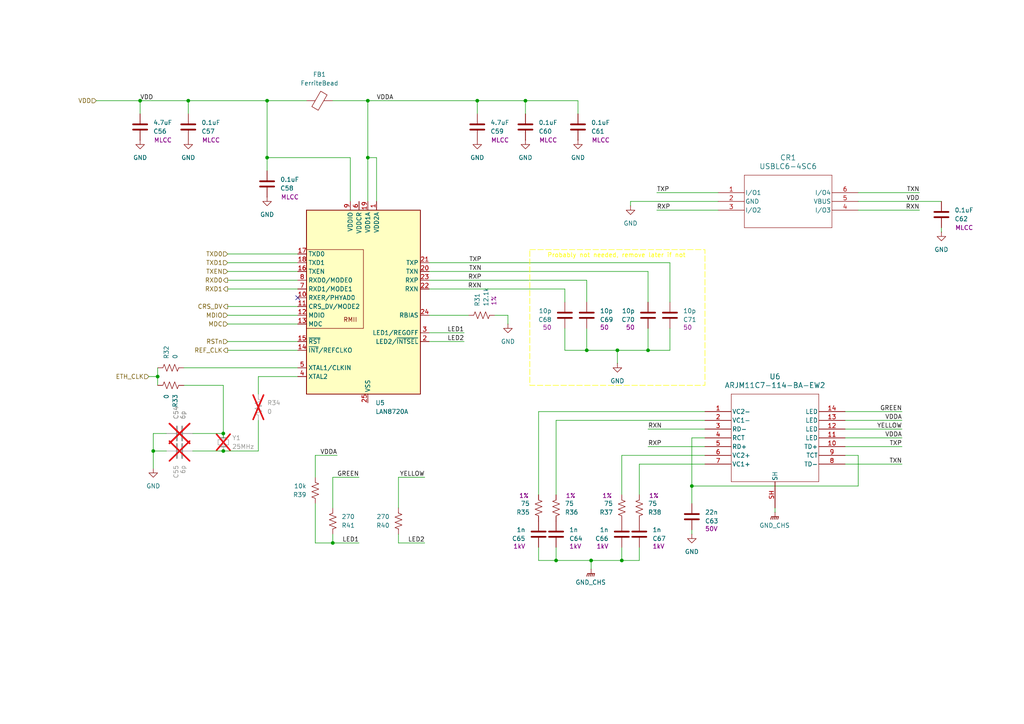
<source format=kicad_sch>
(kicad_sch (version 20231120) (generator "eeschema") (generator_version "8.0")
  (paper "A4")
  (lib_symbols
    (symbol "ARJM11C7_114_BA_EW2:ARJM11C7-114-BA-EW2" (pin_names (offset 0.254))
      (property "Reference" "U" (at 20.32 10.16 0))
      (property "Value" "ARJM11C7-114-BA-EW2" (at 20.32 7.62 0))
      (symbol "ARJM11C7-114-BA-EW2_0_1"
        (polyline (pts (xy 7.62 -20.32) (xy 33.02 -20.32)) (stroke (width 0.127)))
        (polyline (pts (xy 7.62 5.08) (xy 7.62 -20.32)) (stroke (width 0.127)))
        (polyline (pts (xy 33.02 -20.32) (xy 33.02 5.08)) (stroke (width 0.127)))
        (polyline (pts (xy 33.02 5.08) (xy 7.62 5.08)) (stroke (width 0.127)))
        (pin power_in line (at 0 0 0) (length 7.62) (name "VC2-") (number "1"))
        (pin unspecified line (at 40.64 -10.16 180) (length 7.62) (name "TD+") (number "10"))
        (pin unspecified line (at 40.64 -7.62 180) (length 7.62) (name "LED") (number "11"))
        (pin unspecified line (at 40.64 -5.08 180) (length 7.62) (name "LED") (number "12"))
        (pin unspecified line (at 40.64 -2.54 180) (length 7.62) (name "LED") (number "13"))
        (pin unspecified line (at 40.64 0 180) (length 7.62) (name "LED") (number "14"))
        (pin power_in line (at 0 -2.54 0) (length 7.62) (name "VC1-") (number "2"))
        (pin unspecified line (at 0 -5.08 0) (length 7.62) (name "RD-") (number "3"))
        (pin unspecified line (at 0 -7.62 0) (length 7.62) (name "RCT") (number "4"))
        (pin unspecified line (at 0 -10.16 0) (length 7.62) (name "RD+") (number "5"))
        (pin power_in line (at 0 -12.7 0) (length 7.62) (name "VC2+") (number "6"))
        (pin power_in line (at 0 -15.24 0) (length 7.62) (name "VC1+") (number "7"))
        (pin unspecified line (at 40.64 -15.24 180) (length 7.62) (name "TD-") (number "8"))
        (pin unspecified line (at 40.64 -12.7 180) (length 7.62) (name "TCT") (number "9"))
      )
      (symbol "ARJM11C7-114-BA-EW2_1_1"
        (pin input line (at 20.32 -27.94 90) (length 7.62) (name "SH") (number "SH"))
      )
    )
    (symbol "Device:FerriteBead" (pin_numbers hide) (pin_names (offset 0))
      (property "Reference" "FB" (at -3.81 0.635 90))
      (property "Value" "FerriteBead" (at 3.81 0 90))
      (symbol "FerriteBead_0_1"
        (polyline (pts (xy 0 -1.27) (xy 0 -1.2192)))
        (polyline (pts (xy 0 1.27) (xy 0 1.2954)))
        (polyline (pts (xy -2.7686 0.4064) (xy -1.7018 2.2606) (xy 2.7686 -0.3048) (xy 1.6764 -2.159) (xy -2.7686 0.4064)))
      )
      (symbol "FerriteBead_1_1"
        (pin passive line (at 0 3.81 270) (length 2.54) (name "~") (number "1"))
        (pin passive line (at 0 -3.81 90) (length 2.54) (name "~") (number "2"))
      )
    )
    (symbol "Interface_Ethernet:LAN8720A"
      (property "Reference" "U" (at -13.97 29.21 0))
      (property "Value" "LAN8720A" (at 15.24 29.21 0))
      (symbol "LAN8720A_0_0"
        (text "RMII" (at -5.08 -3.81 0) (effects (font (size 1.27 1.27))))
      )
      (symbol "LAN8720A_0_1"
        (rectangle (start -17.78 27.94) (end 15.24 -25.4) (stroke (width 0.254)) (fill (type background)))
        (polyline (pts (xy -17.78 -6.35) (xy -1.27 -6.35) (xy -1.27 16.51) (xy -17.78 16.51)))
      )
      (symbol "LAN8720A_1_1"
        (pin power_in line (at 2.54 30.48 270) (length 2.54) (name "VDD2A") (number "1"))
        (pin output line (at -20.32 2.54 0) (length 2.54) (name "RXER/PHYAD0") (number "10"))
        (pin bidirectional line (at -20.32 0 0) (length 2.54) (name "CRS_DV/MODE2") (number "11"))
        (pin bidirectional line (at -20.32 -2.54 0) (length 2.54) (name "MDIO") (number "12"))
        (pin input line (at -20.32 -5.08 0) (length 2.54) (name "MDC") (number "13"))
        (pin output line (at -20.32 -12.7 0) (length 2.54) (name "~{INT}/REFCLKO") (number "14"))
        (pin input line (at -20.32 -10.16 0) (length 2.54) (name "~{RST}") (number "15"))
        (pin input line (at -20.32 10.16 0) (length 2.54) (name "TXEN") (number "16"))
        (pin input line (at -20.32 15.24 0) (length 2.54) (name "TXD0") (number "17"))
        (pin input line (at -20.32 12.7 0) (length 2.54) (name "TXD1") (number "18"))
        (pin power_in line (at 0 30.48 270) (length 2.54) (name "VDD1A") (number "19"))
        (pin bidirectional line (at 17.78 -10.16 180) (length 2.54) (name "LED2/~{INTSEL}") (number "2"))
        (pin bidirectional line (at 17.78 10.16 180) (length 2.54) (name "TXN") (number "20"))
        (pin bidirectional line (at 17.78 12.7 180) (length 2.54) (name "TXP") (number "21"))
        (pin bidirectional line (at 17.78 5.08 180) (length 2.54) (name "RXN") (number "22"))
        (pin bidirectional line (at 17.78 7.62 180) (length 2.54) (name "RXP") (number "23"))
        (pin passive line (at 17.78 -2.54 180) (length 2.54) (name "RBIAS") (number "24"))
        (pin power_in line (at 0 -27.94 90) (length 2.54) (name "VSS") (number "25"))
        (pin bidirectional line (at 17.78 -7.62 180) (length 2.54) (name "LED1/REGOFF") (number "3"))
        (pin output line (at -20.32 -20.32 0) (length 2.54) (name "XTAL2") (number "4"))
        (pin input line (at -20.32 -17.78 0) (length 2.54) (name "XTAL1/CLKIN") (number "5"))
        (pin power_in line (at -2.54 30.48 270) (length 2.54) (name "VDDCR") (number "6"))
        (pin bidirectional line (at -20.32 5.08 0) (length 2.54) (name "RXD1/MODE1") (number "7"))
        (pin bidirectional line (at -20.32 7.62 0) (length 2.54) (name "RXD0/MODE0") (number "8"))
        (pin power_in line (at -5.08 30.48 270) (length 2.54) (name "VDDIO") (number "9"))
      )
    )
    (symbol "SparkFun-Capacitor:C" (pin_numbers hide) (pin_names (offset 0.254))
      (property "Reference" "C" (at 0.635 2.54 0))
      (property "Value" "C" (at 0.635 -2.54 0))
      (property "Voltage" "1kV" (at 0 -6.35 0))
      (property "Tolerance" "100%" (at 0 -8.89 0))
      (symbol "C_0_1"
        (polyline (pts (xy -2.032 -0.762) (xy 2.032 -0.762)) (stroke (width 0.508)))
        (polyline (pts (xy -2.032 0.762) (xy 2.032 0.762)) (stroke (width 0.508)))
      )
      (symbol "C_1_1"
        (pin passive line (at 0 3.81 270) (length 2.794) (name "~") (number "1"))
        (pin passive line (at 0 -3.81 90) (length 2.794) (name "~") (number "2"))
      )
    )
    (symbol "SparkFun-Clock:Crystal_25MHz_2.0x1.6mm" (pin_numbers hide) (pin_names (offset 1.016) hide)
      (property "Reference" "Y" (at 0 2.54 0))
      (property "Value" "25MHz" (at 0 -2.54 0))
      (symbol "Crystal_25MHz_2.0x1.6mm_0_1"
        (rectangle (start -0.762 -1.524) (end 0.762 1.524))
        (polyline (pts (xy -1.27 -0.762) (xy -1.27 0.762)) (stroke (width 0.381)))
        (polyline (pts (xy 1.27 -0.762) (xy 1.27 0.762)) (stroke (width 0.381)))
      )
      (symbol "Crystal_25MHz_2.0x1.6mm_1_1"
        (pin passive line (at -2.54 0 0) (length 1.27) (name "1") (number "1"))
        (pin passive line (at 2.54 0 180) (length 1.27) (name "2") (number "2"))
      )
    )
    (symbol "SparkFun-Resistor:R" (pin_numbers hide) (pin_names (offset 0))
      (property "Reference" "R" (at 0 -2.54 0))
      (property "Value" "1k" (at 0 2.54 0))
      (symbol "R_0_1"
        (polyline (pts (xy -2.286 0) (xy -2.54 0)))
        (polyline (pts (xy 2.286 0) (xy 2.54 0)))
        (polyline (pts (xy -0.762 0) (xy -1.143 -1.016) (xy -1.524 0) (xy -1.905 1.016) (xy -2.286 0)))
        (polyline (pts (xy 0.762 0) (xy 0.381 -1.016) (xy 0 0) (xy -0.381 1.016) (xy -0.762 0)))
        (polyline (pts (xy 2.286 0) (xy 1.905 -1.016) (xy 1.524 0) (xy 1.143 1.016) (xy 0.762 0)))
      )
      (symbol "R_1_1"
        (pin passive line (at 3.81 0 180) (length 1.27) (name "~") (number "1"))
        (pin passive line (at -3.81 0 0) (length 1.27) (name "~") (number "2"))
      )
    )
    (symbol "USBLC6_4SC6:USBLC6-4SC6" (pin_names (offset 0.254))
      (property "Reference" "CR" (at 20.32 10.16 0))
      (property "Value" "USBLC6-4SC6" (at 20.32 7.62 0))
      (symbol "USBLC6-4SC6_0_1"
        (polyline (pts (xy 7.62 -10.16) (xy 33.02 -10.16)) (stroke (width 0.127)))
        (polyline (pts (xy 7.62 5.08) (xy 7.62 -10.16)) (stroke (width 0.127)))
        (polyline (pts (xy 33.02 -10.16) (xy 33.02 5.08)) (stroke (width 0.127)))
        (polyline (pts (xy 33.02 5.08) (xy 7.62 5.08)) (stroke (width 0.127)))
        (pin bidirectional line (at 0 0 0) (length 7.62) (name "I/O1") (number "1"))
        (pin power_in line (at 0 -2.54 0) (length 7.62) (name "GND") (number "2"))
        (pin bidirectional line (at 0 -5.08 0) (length 7.62) (name "I/O2") (number "3"))
        (pin bidirectional line (at 40.64 -5.08 180) (length 7.62) (name "I/O3") (number "4"))
        (pin power_in line (at 40.64 -2.54 180) (length 7.62) (name "VBUS") (number "5"))
        (pin bidirectional line (at 40.64 0 180) (length 7.62) (name "I/O4") (number "6"))
      )
    )
    (symbol "power:GND" (power) (pin_numbers hide) (pin_names (offset 0) hide)
      (property "Value" "GND" (at 0 -3.81 0))
      (symbol "GND_0_1"
        (polyline (pts (xy 0 0) (xy 0 -1.27) (xy 1.27 -1.27) (xy 0 -2.54) (xy -1.27 -1.27) (xy 0 -1.27)))
      )
      (symbol "GND_1_1"
        (pin power_in line (at 0 0 270) (length 0) (name "~") (number "1"))
      )
    )
    (symbol "power:GNDPWR" (power) (pin_numbers hide) (pin_names (offset 0) hide)
      (property "Value" "GNDPWR" (at 0 -3.302 0))
      (symbol "GNDPWR_0_1"
        (polyline (pts (xy 0 -1.27) (xy 0 0)))
        (polyline (pts (xy -1.016 -1.27) (xy -1.27 -2.032) (xy -1.27 -2.032)) (stroke (width 0.2032)))
        (polyline (pts (xy -0.508 -1.27) (xy -0.762 -2.032) (xy -0.762 -2.032)) (stroke (width 0.2032)))
        (polyline (pts (xy 0 -1.27) (xy -0.254 -2.032) (xy -0.254 -2.032)) (stroke (width 0.2032)))
        (polyline (pts (xy 0.508 -1.27) (xy 0.254 -2.032) (xy 0.254 -2.032)) (stroke (width 0.2032)))
        (polyline (pts (xy 1.016 -1.27) (xy -1.016 -1.27) (xy -1.016 -1.27)) (stroke (width 0.2032)))
        (polyline (pts (xy 1.016 -1.27) (xy 0.762 -2.032) (xy 0.762 -2.032) (xy 0.762 -2.032)) (stroke (width 0.2032)))
      )
      (symbol "GNDPWR_1_1"
        (pin power_in line (at 0 0 270) (length 0) (name "~") (number "1"))
      )
    )
  )
  (junction (at 187.96 101.6))
  (junction (at 180.34 162.56))
  (junction (at 106.68 45.72))
  (junction (at 200.66 140.97))
  (junction (at 106.68 29.21))
  (junction (at 138.43 29.21))
  (junction (at 44.45 130.81))
  (junction (at 179.07 101.6))
  (junction (at 170.18 101.6))
  (junction (at 40.64 29.21))
  (junction (at 45.72 109.22))
  (junction (at 77.47 29.21))
  (junction (at 77.47 45.72))
  (junction (at 161.29 162.56))
  (junction (at 54.61 29.21))
  (junction (at 64.77 130.81))
  (junction (at 171.45 162.56))
  (junction (at 96.52 157.48))
  (junction (at 64.77 125.73))
  (junction (at 152.4 29.21))
  (no_connect (at 86.36 86.36))
  (wire (pts (xy 245.11 127) (xy 261.62 127)))
  (wire (pts (xy 171.45 162.56) (xy 180.34 162.56)))
  (wire (pts (xy 43.18 109.22) (xy 45.72 109.22)))
  (wire (pts (xy 115.57 138.43) (xy 123.19 138.43)))
  (wire (pts (xy 27.94 29.21) (xy 40.64 29.21)))
  (wire (pts (xy 194.31 76.2) (xy 194.31 87.63)))
  (wire (pts (xy 115.57 157.48) (xy 123.19 157.48)))
  (wire (pts (xy 124.46 78.74) (xy 187.96 78.74)))
  (wire (pts (xy 138.43 29.21) (xy 138.43 33.02)))
  (wire (pts (xy 115.57 154.94) (xy 115.57 157.48)))
  (wire (pts (xy 74.93 109.22) (xy 86.36 109.22)))
  (wire (pts (xy 187.96 95.25) (xy 187.96 101.6)))
  (wire (pts (xy 161.29 162.56) (xy 161.29 158.75)))
  (wire (pts (xy 156.21 119.38) (xy 156.21 143.51)))
  (wire (pts (xy 182.88 58.42) (xy 182.88 59.69)))
  (wire (pts (xy 115.57 147.32) (xy 115.57 138.43)))
  (wire (pts (xy 147.32 91.44) (xy 147.32 93.98)))
  (wire (pts (xy 96.52 29.21) (xy 106.68 29.21)))
  (wire (pts (xy 66.04 73.66) (xy 86.36 73.66)))
  (wire (pts (xy 161.29 121.92) (xy 161.29 143.51)))
  (wire (pts (xy 74.93 109.22) (xy 74.93 114.3)))
  (wire (pts (xy 185.42 162.56) (xy 180.34 162.56)))
  (wire (pts (xy 245.11 124.46) (xy 261.62 124.46)))
  (wire (pts (xy 96.52 138.43) (xy 104.14 138.43)))
  (wire (pts (xy 64.77 127) (xy 64.77 125.73)))
  (wire (pts (xy 200.66 127) (xy 204.47 127)))
  (wire (pts (xy 200.66 140.97) (xy 200.66 127)))
  (wire (pts (xy 64.77 111.76) (xy 64.77 125.73)))
  (wire (pts (xy 45.72 106.68) (xy 45.72 109.22)))
  (wire (pts (xy 167.64 29.21) (xy 167.64 33.02)))
  (wire (pts (xy 143.51 91.44) (xy 147.32 91.44)))
  (wire (pts (xy 180.34 158.75) (xy 180.34 162.56)))
  (wire (pts (xy 180.34 132.08) (xy 180.34 143.51)))
  (wire (pts (xy 124.46 91.44) (xy 135.89 91.44)))
  (wire (pts (xy 66.04 76.2) (xy 86.36 76.2)))
  (wire (pts (xy 109.22 45.72) (xy 106.68 45.72)))
  (wire (pts (xy 273.05 66.04) (xy 273.05 67.31)))
  (wire (pts (xy 66.04 78.74) (xy 86.36 78.74)))
  (wire (pts (xy 77.47 45.72) (xy 101.6 45.72)))
  (wire (pts (xy 91.44 157.48) (xy 96.52 157.48)))
  (wire (pts (xy 91.44 132.08) (xy 97.79 132.08)))
  (wire (pts (xy 66.04 81.28) (xy 86.36 81.28)))
  (wire (pts (xy 55.88 130.81) (xy 64.77 130.81)))
  (wire (pts (xy 48.26 130.81) (xy 44.45 130.81)))
  (wire (pts (xy 74.93 121.92) (xy 74.93 130.81)))
  (wire (pts (xy 187.96 124.46) (xy 204.47 124.46)))
  (wire (pts (xy 124.46 76.2) (xy 194.31 76.2)))
  (wire (pts (xy 40.64 29.21) (xy 40.64 33.02)))
  (wire (pts (xy 54.61 29.21) (xy 77.47 29.21)))
  (wire (pts (xy 66.04 93.98) (xy 86.36 93.98)))
  (wire (pts (xy 48.26 125.73) (xy 44.45 125.73)))
  (wire (pts (xy 66.04 83.82) (xy 86.36 83.82)))
  (wire (pts (xy 66.04 91.44) (xy 86.36 91.44)))
  (wire (pts (xy 204.47 134.62) (xy 185.42 134.62)))
  (wire (pts (xy 109.22 58.42) (xy 109.22 45.72)))
  (wire (pts (xy 200.66 140.97) (xy 200.66 146.05)))
  (wire (pts (xy 170.18 101.6) (xy 179.07 101.6)))
  (wire (pts (xy 204.47 119.38) (xy 156.21 119.38)))
  (wire (pts (xy 194.31 101.6) (xy 194.31 95.25)))
  (wire (pts (xy 190.5 60.96) (xy 208.28 60.96)))
  (wire (pts (xy 124.46 99.06) (xy 134.62 99.06)))
  (wire (pts (xy 66.04 101.6) (xy 86.36 101.6)))
  (wire (pts (xy 185.42 158.75) (xy 185.42 162.56)))
  (wire (pts (xy 53.34 106.68) (xy 86.36 106.68)))
  (wire (pts (xy 44.45 125.73) (xy 44.45 130.81)))
  (wire (pts (xy 163.83 101.6) (xy 170.18 101.6)))
  (wire (pts (xy 124.46 96.52) (xy 134.62 96.52)))
  (wire (pts (xy 245.11 121.92) (xy 261.62 121.92)))
  (wire (pts (xy 74.93 130.81) (xy 64.77 130.81)))
  (wire (pts (xy 156.21 158.75) (xy 156.21 162.56)))
  (wire (pts (xy 163.83 95.25) (xy 163.83 101.6)))
  (wire (pts (xy 152.4 29.21) (xy 167.64 29.21)))
  (wire (pts (xy 185.42 134.62) (xy 185.42 143.51)))
  (wire (pts (xy 106.68 29.21) (xy 138.43 29.21)))
  (wire (pts (xy 200.66 153.67) (xy 200.66 154.94)))
  (wire (pts (xy 248.92 140.97) (xy 200.66 140.97)))
  (wire (pts (xy 204.47 121.92) (xy 161.29 121.92)))
  (wire (pts (xy 179.07 101.6) (xy 179.07 105.41)))
  (wire (pts (xy 187.96 78.74) (xy 187.96 87.63)))
  (wire (pts (xy 96.52 147.32) (xy 96.52 138.43)))
  (wire (pts (xy 163.83 83.82) (xy 163.83 87.63)))
  (wire (pts (xy 248.92 60.96) (xy 266.7 60.96)))
  (wire (pts (xy 45.72 109.22) (xy 45.72 111.76)))
  (wire (pts (xy 106.68 45.72) (xy 106.68 58.42)))
  (wire (pts (xy 248.92 55.88) (xy 266.7 55.88)))
  (wire (pts (xy 91.44 146.05) (xy 91.44 157.48)))
  (wire (pts (xy 245.11 119.38) (xy 261.62 119.38)))
  (wire (pts (xy 40.64 29.21) (xy 54.61 29.21)))
  (wire (pts (xy 44.45 130.81) (xy 44.45 135.89)))
  (wire (pts (xy 138.43 29.21) (xy 152.4 29.21)))
  (wire (pts (xy 64.77 111.76) (xy 53.34 111.76)))
  (wire (pts (xy 96.52 154.94) (xy 96.52 157.48)))
  (wire (pts (xy 101.6 45.72) (xy 101.6 58.42)))
  (wire (pts (xy 171.45 162.56) (xy 171.45 165.1)))
  (wire (pts (xy 77.47 45.72) (xy 77.47 49.53)))
  (wire (pts (xy 187.96 101.6) (xy 194.31 101.6)))
  (wire (pts (xy 170.18 95.25) (xy 170.18 101.6)))
  (wire (pts (xy 245.11 129.54) (xy 261.62 129.54)))
  (wire (pts (xy 180.34 132.08) (xy 204.47 132.08)))
  (wire (pts (xy 187.96 129.54) (xy 204.47 129.54)))
  (wire (pts (xy 124.46 81.28) (xy 170.18 81.28)))
  (wire (pts (xy 156.21 162.56) (xy 161.29 162.56)))
  (wire (pts (xy 179.07 101.6) (xy 187.96 101.6)))
  (wire (pts (xy 66.04 88.9) (xy 86.36 88.9)))
  (wire (pts (xy 161.29 162.56) (xy 171.45 162.56)))
  (wire (pts (xy 190.5 55.88) (xy 208.28 55.88)))
  (wire (pts (xy 245.11 132.08) (xy 248.92 132.08)))
  (wire (pts (xy 77.47 29.21) (xy 88.9 29.21)))
  (wire (pts (xy 124.46 83.82) (xy 163.83 83.82)))
  (wire (pts (xy 182.88 58.42) (xy 208.28 58.42)))
  (wire (pts (xy 106.68 29.21) (xy 106.68 45.72)))
  (wire (pts (xy 152.4 29.21) (xy 152.4 33.02)))
  (wire (pts (xy 248.92 132.08) (xy 248.92 140.97)))
  (wire (pts (xy 77.47 29.21) (xy 77.47 45.72)))
  (wire (pts (xy 248.92 58.42) (xy 273.05 58.42)))
  (wire (pts (xy 55.88 125.73) (xy 64.77 125.73)))
  (wire (pts (xy 170.18 81.28) (xy 170.18 87.63)))
  (wire (pts (xy 96.52 157.48) (xy 104.14 157.48)))
  (wire (pts (xy 91.44 138.43) (xy 91.44 132.08)))
  (wire (pts (xy 54.61 33.02) (xy 54.61 29.21)))
  (wire (pts (xy 66.04 99.06) (xy 86.36 99.06)))
  (wire (pts (xy 245.11 134.62) (xy 261.62 134.62)))
  (wire (pts (xy 224.79 147.32) (xy 224.79 148.59)))
  (rectangle (start 153.67 72.39) (end 204.47 111.76) (stroke (width 0) (type dash) (color 255 255 0 1)))
  (text "Probably not needed, remove later if not" (at 178.816 74.168 0) (effects (font (size 1.27 1.27))))
  (label "VDDA" (at 261.62 127 180))
  (label "GREEN" (at 104.14 138.43 180))
  (label "RXP" (at 139.7 81.28 180))
  (label "VDDA" (at 97.79 132.08 180))
  (label "VDDA" (at 261.62 121.92 180))
  (label "YELLOW" (at 261.62 124.46 180))
  (label "LED2" (at 134.62 99.06 180))
  (label "RXN" (at 187.96 124.46 0))
  (label "TXN" (at 266.7 55.88 180))
  (label "LED1" (at 134.62 96.52 180))
  (label "LED1" (at 104.14 157.48 180))
  (label "RXP" (at 187.96 129.54 0))
  (label "RXP" (at 190.5 60.96 0))
  (label "VDDA" (at 109.22 29.21 0))
  (label "TXP" (at 261.62 129.54 180))
  (label "RXN" (at 266.7 60.96 180))
  (label "VDD" (at 266.7 58.42 180))
  (label "TXN" (at 261.62 134.62 180))
  (label "GREEN" (at 261.62 119.38 180))
  (label "TXP" (at 190.5 55.88 0))
  (label "TXN" (at 139.7 78.74 180))
  (label "YELLOW" (at 123.19 138.43 180))
  (label "LED2" (at 123.19 157.48 180))
  (label "TXP" (at 139.7 76.2 180))
  (label "VDD" (at 40.64 29.21 0))
  (label "RXN" (at 139.7 83.82 180))
  (hierarchical_label "MDC" (shape input) (at 66.04 93.98 180))
  (hierarchical_label "TXD0" (shape input) (at 66.04 73.66 180))
  (hierarchical_label "RXD1" (shape output) (at 66.04 83.82 180))
  (hierarchical_label "MDIO" (shape input) (at 66.04 91.44 180))
  (hierarchical_label "TXD1" (shape input) (at 66.04 76.2 180))
  (hierarchical_label "CRS_DV" (shape output) (at 66.04 88.9 180))
  (hierarchical_label "REF_CLK" (shape output) (at 66.04 101.6 180))
  (hierarchical_label "RXD0" (shape output) (at 66.04 81.28 180))
  (hierarchical_label "ETH_CLK" (shape input) (at 43.18 109.22 180))
  (hierarchical_label "TXEN" (shape input) (at 66.04 78.74 180))
  (hierarchical_label "VDD" (shape input) (at 27.94 29.21 180))
  (hierarchical_label "RSTn" (shape input) (at 66.04 99.06 180))
  (symbol (lib_id "ARJM11C7_114_BA_EW2:ARJM11C7-114-BA-EW2") (at 204.47 119.38 0) (unit 1)
    (property "Reference" "U6" (at 224.79 109.22 0) (effects (font (size 1.524 1.524))))
    (property "Value" "ARJM11C7-114-BA-EW2" (at 224.79 111.76 0) (effects (font (size 1.524 1.524))))
    (property "Footprint" "ARJM11C7-114-BA-EW2_ABR" (effects (hide yes)))
    (property "Datasheet" "ARJM11C7-114-BA-EW2" (effects (hide yes)))
  )
  (symbol (lib_id "SparkFun-Capacitor:C") (at 180.34 154.94 0) (mirror y) (unit 1)
    (property "Reference" "C66" (at 176.53 156.21 0) (effects (justify left)))
    (property "Value" "1n" (at 176.53 153.6699 0) (effects (justify left)))
    (property "Voltage" "1kV" (at 176.53 157.734 0) (effects (justify left top)))
  )
  (symbol (lib_id "SparkFun-Resistor:R") (at 49.53 106.68 180) (unit 1)
    (property "Reference" "R32" (at 48.2599 104.14 90) (effects (justify right)))
    (property "Value" "0" (at 50.7999 104.14 90) (effects (justify right)))
    (property "Description" "Resistor" (effects (hide yes)))
    (property "Precision" "0" (effects (hide yes)))
  )
  (symbol (lib_id "SparkFun-Resistor:R") (at 96.52 151.13 90) (mirror x) (unit 1)
    (property "Reference" "R41" (at 99.06 152.4001 90) (effects (justify right)))
    (property "Value" "270" (at 99.06 149.8601 90) (effects (justify right)))
    (property "Description" "Resistor" (effects (hide yes)))
    (property "Precision" "5%" (effects (hide yes)))
  )
  (symbol (lib_id "SparkFun-Capacitor:C") (at 52.07 125.73 90) (unit 1) (dnp yes)
    (property "Reference" "C54" (at 51.054 121.666 0) (effects (justify left)))
    (property "Value" "6p" (at 53.086 121.666 0) (effects (justify left)))
    (property "Description" "Unpolarized capacitor" (effects (hide yes)))
    (property "PROD_ID" "CAP-00000" (effects (hide yes)))
  )
  (symbol (lib_id "SparkFun-Resistor:R") (at 49.53 111.76 0) (unit 1)
    (property "Reference" "R33" (at 50.8001 114.3 90) (effects (justify right)))
    (property "Value" "0" (at 48.2601 114.3 90) (effects (justify right)))
    (property "Description" "Resistor" (effects (hide yes)))
    (property "Precision" "0" (effects (hide yes)))
  )
  (symbol (lib_id "power:GNDPWR") (at 224.79 148.59 0) (unit 1)
    (property "Reference" "#PWR0113" (effects (hide yes)))
    (property "Value" "GND_CHS" (at 224.663 152.4 0))
    (property "Description" "Power symbol creates a global label with name \"GNDPWR\" , global ground" (effects (hide yes)))
  )
  (symbol (lib_id "SparkFun-Resistor:R") (at 115.57 151.13 270) (unit 1)
    (property "Reference" "R40" (at 113.03 152.4001 90) (effects (justify right)))
    (property "Value" "270" (at 113.03 149.8601 90) (effects (justify right)))
    (property "Description" "Resistor" (effects (hide yes)))
  )
  (symbol (lib_id "SparkFun-Capacitor:C") (at 77.47 53.34 0) (unit 1)
    (property "Reference" "C58" (at 81.28 54.61 0) (effects (justify left)))
    (property "Value" "0.1uF" (at 81.28 52.0699 0) (effects (justify left)))
    (property "Description" "MLCC" (at 84.074 57.15 0))
  )
  (symbol (lib_id "SparkFun-Capacitor:C") (at 138.43 36.83 0) (unit 1)
    (property "Reference" "C59" (at 142.24 38.1 0) (effects (justify left)))
    (property "Value" "4.7uF" (at 142.24 35.5599 0) (effects (justify left)))
    (property "Description" "MLCC" (at 145.034 40.64 0))
  )
  (symbol (lib_id "SparkFun-Capacitor:C") (at 273.05 62.23 0) (unit 1)
    (property "Reference" "C62" (at 276.86 63.5 0) (effects (justify left)))
    (property "Value" "0.1uF" (at 276.86 60.9599 0) (effects (justify left)))
    (property "Description" "MLCC" (at 279.654 66.04 0))
  )
  (symbol (lib_id "SparkFun-Capacitor:C") (at 156.21 154.94 0) (mirror y) (unit 1)
    (property "Reference" "C65" (at 152.4 156.21 0) (effects (justify left)))
    (property "Value" "1n" (at 152.4 153.6699 0) (effects (justify left)))
    (property "Voltage" "1kV" (at 152.4 157.734 0) (effects (justify left top)))
  )
  (symbol (lib_id "SparkFun-Resistor:R") (at 156.21 147.32 270) (unit 1)
    (property "Reference" "R35" (at 153.67 148.5901 90) (effects (justify right)))
    (property "Value" "75" (at 153.67 146.0501 90) (effects (justify right)))
    (property "Description" "Resistor" (effects (hide yes)))
    (property "Precision" "1%" (at 153.416 143.764 90) (effects (justify right)))
  )
  (symbol (lib_id "power:GND") (at 167.64 40.64 0) (unit 1)
    (property "Reference" "#PWR0109" (effects (hide yes)))
    (property "Value" "GND" (at 167.64 45.72 0))
    (property "Description" "Power symbol creates a global label with name \"GND\" , ground" (effects (hide yes)))
  )
  (symbol (lib_id "SparkFun-Capacitor:C") (at 187.96 91.44 0) (mirror y) (unit 1)
    (property "Reference" "C70" (at 184.15 92.71 0) (effects (justify left)))
    (property "Value" "10p" (at 184.15 90.1699 0) (effects (justify left)))
    (property "Voltage" "50" (at 184.15 94.234 0) (effects (justify left top)))
  )
  (symbol (lib_id "power:GND") (at 54.61 40.64 0) (unit 1)
    (property "Reference" "#PWR0105" (effects (hide yes)))
    (property "Value" "GND" (at 54.61 45.72 0))
    (property "Description" "Power symbol creates a global label with name \"GND\" , ground" (effects (hide yes)))
  )
  (symbol (lib_id "power:GND") (at 182.88 59.69 0) (unit 1)
    (property "Reference" "#PWR0110" (effects (hide yes)))
    (property "Value" "GND" (at 182.88 64.77 0))
    (property "Description" "Power symbol creates a global label with name \"GND\" , ground" (effects (hide yes)))
  )
  (symbol (lib_id "SparkFun-Capacitor:C") (at 200.66 149.86 0) (unit 1)
    (property "Reference" "C63" (at 204.47 151.13 0) (effects (justify left)))
    (property "Value" "22n" (at 204.47 148.5899 0) (effects (justify left)))
    (property "Voltage" "50V" (at 204.47 152.654 0) (effects (justify left top)))
  )
  (symbol (lib_id "power:GND") (at 147.32 93.98 0) (unit 1)
    (property "Reference" "#PWR0103" (effects (hide yes)))
    (property "Value" "GND" (at 147.32 99.06 0))
    (property "Description" "Power symbol creates a global label with name \"GND\" , ground" (effects (hide yes)))
  )
  (symbol (lib_id "power:GND") (at 179.07 105.41 0) (unit 1)
    (property "Reference" "#PWR0115" (effects (hide yes)))
    (property "Value" "GND" (at 179.07 110.49 0))
    (property "Description" "Power symbol creates a global label with name \"GND\" , ground" (effects (hide yes)))
  )
  (symbol (lib_id "SparkFun-Capacitor:C") (at 152.4 36.83 0) (unit 1)
    (property "Reference" "C60" (at 156.21 38.1 0) (effects (justify left)))
    (property "Value" "0.1uF" (at 156.21 35.5599 0) (effects (justify left)))
    (property "Description" "MLCC" (at 159.004 40.64 0))
  )
  (symbol (lib_id "power:GND") (at 200.66 154.94 0) (unit 1)
    (property "Reference" "#PWR0112" (effects (hide yes)))
    (property "Value" "GND" (at 200.66 160.02 0))
    (property "Description" "Power symbol creates a global label with name \"GND\" , ground" (effects (hide yes)))
  )
  (symbol (lib_id "power:GND") (at 40.64 40.64 0) (unit 1)
    (property "Reference" "#PWR0104" (effects (hide yes)))
    (property "Value" "GND" (at 40.64 45.72 0))
    (property "Description" "Power symbol creates a global label with name \"GND\" , ground" (effects (hide yes)))
  )
  (symbol (lib_id "SparkFun-Capacitor:C") (at 167.64 36.83 0) (unit 1)
    (property "Reference" "C61" (at 171.45 38.1 0) (effects (justify left)))
    (property "Value" "0.1uF" (at 171.45 35.5599 0) (effects (justify left)))
    (property "Description" "MLCC" (at 174.244 40.64 0))
  )
  (symbol (lib_id "SparkFun-Capacitor:C") (at 161.29 154.94 0) (unit 1)
    (property "Reference" "C64" (at 165.1 156.21 0) (effects (justify left)))
    (property "Value" "1n" (at 165.1 153.6699 0) (effects (justify left)))
    (property "Voltage" "1kV" (at 165.1 157.734 0) (effects (justify left top)))
  )
  (symbol (lib_id "power:GND") (at 152.4 40.64 0) (unit 1)
    (property "Reference" "#PWR0108" (effects (hide yes)))
    (property "Value" "GND" (at 152.4 45.72 0))
    (property "Description" "Power symbol creates a global label with name \"GND\" , ground" (effects (hide yes)))
  )
  (symbol (lib_id "SparkFun-Resistor:R") (at 185.42 147.32 90) (mirror x) (unit 1)
    (property "Reference" "R38" (at 187.96 148.5901 90) (effects (justify right)))
    (property "Value" "75" (at 187.96 146.0501 90) (effects (justify right)))
    (property "Description" "Resistor" (effects (hide yes)))
    (property "Precision" "1%" (at 188.214 143.764 90) (effects (justify right)))
  )
  (symbol (lib_id "SparkFun-Resistor:R") (at 161.29 147.32 90) (mirror x) (unit 1)
    (property "Reference" "R36" (at 163.83 148.5901 90) (effects (justify right)))
    (property "Value" "75" (at 163.83 146.0501 90) (effects (justify right)))
    (property "Description" "Resistor" (effects (hide yes)))
    (property "Precision" "1%" (at 164.084 143.764 90) (effects (justify right)))
  )
  (symbol (lib_id "SparkFun-Resistor:R") (at 180.34 147.32 270) (unit 1)
    (property "Reference" "R37" (at 177.8 148.5901 90) (effects (justify right)))
    (property "Value" "75" (at 177.8 146.0501 90) (effects (justify right)))
    (property "Description" "Resistor" (effects (hide yes)))
    (property "Precision" "1%" (at 177.546 143.764 90) (effects (justify right)))
  )
  (symbol (lib_id "power:GND") (at 77.47 57.15 0) (unit 1)
    (property "Reference" "#PWR0106" (effects (hide yes)))
    (property "Value" "GND" (at 77.47 62.23 0))
    (property "Description" "Power symbol creates a global label with name \"GND\" , ground" (effects (hide yes)))
  )
  (symbol (lib_id "SparkFun-Clock:Crystal_25MHz_2.0x1.6mm") (at 64.77 128.27 90) (unit 1) (dnp yes)
    (property "Reference" "Y1" (at 67.31 126.9999 90) (effects (justify right)))
    (property "Value" "25MHz" (at 67.31 129.5399 90) (effects (justify right)))
    (property "Footprint" "SparkFun-Clock:Crystal_SMD_2.0x1.6mm" (effects (hide yes)))
    (property "Datasheet" "https://www.murata.com/products/productdata/8801059536926/SPEC-XRCGB25M000F2P01R0.pdf" (effects (hide yes)))
    (property "Description" "Crystal" (effects (hide yes)))
    (property "PROD_ID" "XTAL-16235" (effects (hide yes)))
  )
  (symbol (lib_id "SparkFun-Resistor:R") (at 91.44 142.24 270) (unit 1)
    (property "Reference" "R39" (at 88.9 143.5101 90) (effects (justify right)))
    (property "Value" "10k" (at 88.9 140.9701 90) (effects (justify right)))
    (property "Description" "Resistor" (effects (hide yes)))
    (property "Precision" "5%" (effects (hide yes)))
  )
  (symbol (lib_id "SparkFun-Capacitor:C") (at 194.31 91.44 0) (unit 1)
    (property "Reference" "C71" (at 198.12 92.71 0) (effects (justify left)))
    (property "Value" "10p" (at 198.12 90.1699 0) (effects (justify left)))
    (property "Voltage" "50" (at 198.12 94.234 0) (effects (justify left top)))
  )
  (symbol (lib_id "Device:FerriteBead") (at 92.71 29.21 90) (unit 1)
    (property "Reference" "FB1" (at 92.6592 21.59 90))
    (property "Value" "FerriteBead" (at 92.6592 24.13 90))
    (property "Footprint" "0805" (effects (hide yes)))
    (property "Description" "Ferrite bead" (effects (hide yes)))
    (property "MPN" "ACML-0805-110-T" (effects (hide yes)))
  )
  (symbol (lib_id "SparkFun-Resistor:R") (at 139.7 91.44 180) (unit 1)
    (property "Reference" "R31" (at 138.4299 88.9 90) (effects (justify right)))
    (property "Value" "12.1k" (at 140.9699 88.9 90) (effects (justify right)))
    (property "Description" "Resistor" (effects (hide yes)))
    (property "Precision" "1%" (at 143.256 88.646 90) (effects (justify right)))
  )
  (symbol (lib_id "SparkFun-Capacitor:C") (at 185.42 154.94 0) (unit 1)
    (property "Reference" "C67" (at 189.23 156.21 0) (effects (justify left)))
    (property "Value" "1n" (at 189.23 153.6699 0) (effects (justify left)))
    (property "Voltage" "1kV" (at 189.23 157.734 0) (effects (justify left top)))
  )
  (symbol (lib_id "power:GND") (at 44.45 135.89 0) (unit 1)
    (property "Reference" "#PWR0102" (effects (hide yes)))
    (property "Value" "GND" (at 44.45 140.97 0))
    (property "Description" "Power symbol creates a global label with name \"GND\" , ground" (effects (hide yes)))
  )
  (symbol (lib_id "SparkFun-Capacitor:C") (at 163.83 91.44 0) (mirror y) (unit 1)
    (property "Reference" "C68" (at 160.02 92.71 0) (effects (justify left)))
    (property "Value" "10p" (at 160.02 90.1699 0) (effects (justify left)))
    (property "Voltage" "50" (at 160.02 94.234 0) (effects (justify left top)))
  )
  (symbol (lib_id "SparkFun-Capacitor:C") (at 54.61 36.83 0) (unit 1)
    (property "Reference" "C57" (at 58.42 38.1 0) (effects (justify left)))
    (property "Value" "0.1uF" (at 58.42 35.5599 0) (effects (justify left)))
    (property "Description" "MLCC" (at 61.214 40.64 0))
  )
  (symbol (lib_id "power:GND") (at 273.05 67.31 0) (unit 1)
    (property "Reference" "#PWR0111" (effects (hide yes)))
    (property "Value" "GND" (at 273.05 72.39 0))
    (property "Description" "Power symbol creates a global label with name \"GND\" , ground" (effects (hide yes)))
  )
  (symbol (lib_id "SparkFun-Capacitor:C") (at 40.64 36.83 0) (unit 1)
    (property "Reference" "C56" (at 44.45 38.1 0) (effects (justify left)))
    (property "Value" "4.7uF" (at 44.45 35.5599 0) (effects (justify left)))
    (property "Description" "MLCC" (at 47.244 40.64 0))
  )
  (symbol (lib_id "power:GND") (at 138.43 40.64 0) (unit 1)
    (property "Reference" "#PWR0107" (effects (hide yes)))
    (property "Value" "GND" (at 138.43 45.72 0))
    (property "Description" "Power symbol creates a global label with name \"GND\" , ground" (effects (hide yes)))
  )
  (symbol (lib_id "SparkFun-Resistor:R") (at 74.93 118.11 90) (unit 1) (dnp yes)
    (property "Reference" "R34" (at 77.47 116.8399 90) (effects (justify right)))
    (property "Value" "0" (at 77.47 119.3799 90) (effects (justify right)))
    (property "Description" "Resistor" (effects (hide yes)))
    (property "Precision" "0" (effects (hide yes)))
  )
  (symbol (lib_id "USBLC6_4SC6:USBLC6-4SC6") (at 208.28 55.88 0) (unit 1)
    (property "Reference" "CR1" (at 228.6 45.72 0) (effects (font (size 1.524 1.524))))
    (property "Value" "USBLC6-4SC6" (at 228.6 48.26 0) (effects (font (size 1.524 1.524))))
    (property "Footprint" "SOT23-6L_STM" (effects (hide yes)))
    (property "Datasheet" "USBLC6-4SC6" (effects (hide yes)))
  )
  (symbol (lib_id "power:GNDPWR") (at 171.45 165.1 0) (unit 1)
    (property "Reference" "#PWR0114" (effects (hide yes)))
    (property "Value" "GND_CHS" (at 171.323 168.91 0))
    (property "Description" "Power symbol creates a global label with name \"GNDPWR\" , global ground" (effects (hide yes)))
  )
  (symbol (lib_id "SparkFun-Capacitor:C") (at 52.07 130.81 90) (mirror x) (unit 1) (dnp yes)
    (property "Reference" "C55" (at 51.054 134.874 0) (effects (justify left)))
    (property "Value" "6p" (at 53.086 134.874 0) (effects (justify left)))
    (property "Description" "Unpolarized capacitor" (effects (hide yes)))
    (property "PROD_ID" "CAP-00000" (effects (hide yes)))
  )
  (symbol (lib_id "SparkFun-Capacitor:C") (at 170.18 91.44 0) (unit 1)
    (property "Reference" "C69" (at 173.99 92.71 0) (effects (justify left)))
    (property "Value" "10p" (at 173.99 90.1699 0) (effects (justify left)))
    (property "Voltage" "50" (at 173.99 94.234 0) (effects (justify left top)))
  )
  (symbol (lib_id "Interface_Ethernet:LAN8720A") (at 106.68 88.9 0) (unit 1)
    (property "Reference" "U5" (at 108.8741 116.84 0) (effects (justify left)))
    (property "Value" "LAN8720A" (at 108.8741 119.38 0) (effects (justify left)))
    (property "Footprint" "Package_DFN_QFN:VQFN-24-1EP_4x4mm_P0.5mm_EP2.5x2.5mm_ThermalVias" (effects (hide yes)))
    (property "Datasheet" "http://ww1.microchip.com/downloads/en/DeviceDoc/8720a.pdf" (effects (hide yes)))
    (property "Description" "LAN8720 Ethernet PHY with RMII interface, QFN-24" (effects (hide yes)))
  )
)
</source>
